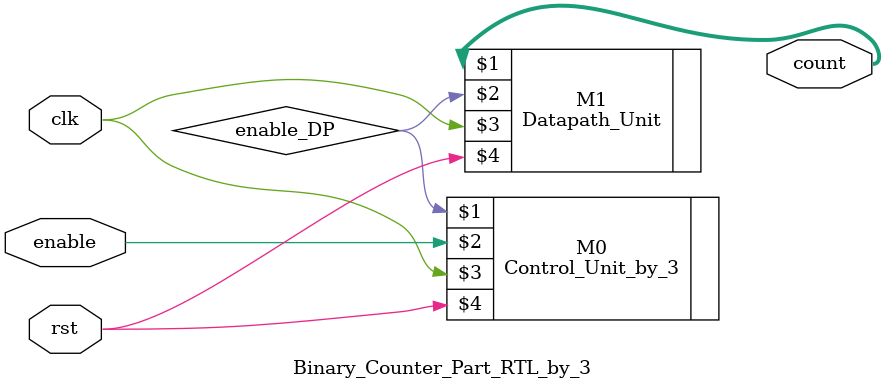
<source format=v>
module Binary_Counter_Part_RTL_by_3 #(parameter size = 4)(
  output 	[size -1: 0]	count,
  input			enable,
  input			clk, rst
);
  wire			enable_DP;

	Control_Unit_by_3  M0 (enable_DP, enable, clk, rst);
	Datapath_Unit M1 (count, enable_DP, clk, rst);
endmodule

</source>
